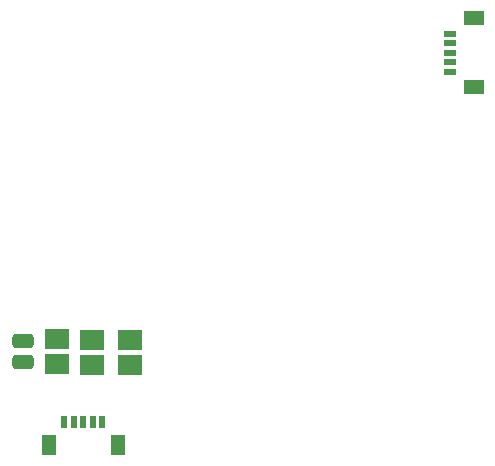
<source format=gtp>
G04*
G04 #@! TF.GenerationSoftware,Altium Limited,Altium Designer,24.1.2 (44)*
G04*
G04 Layer_Color=8421504*
%FSLAX25Y25*%
%MOIN*%
G70*
G04*
G04 #@! TF.SameCoordinates,00511CFA-0F04-46CA-AFF9-E4457DF0149F*
G04*
G04*
G04 #@! TF.FilePolarity,Positive*
G04*
G01*
G75*
%ADD13R,0.03937X0.01968*%
%ADD14R,0.06693X0.04724*%
G04:AMPARAMS|DCode=15|XSize=71.18mil|YSize=49.92mil|CornerRadius=13.74mil|HoleSize=0mil|Usage=FLASHONLY|Rotation=180.000|XOffset=0mil|YOffset=0mil|HoleType=Round|Shape=RoundedRectangle|*
%AMROUNDEDRECTD15*
21,1,0.07118,0.02244,0,0,180.0*
21,1,0.04370,0.04992,0,0,180.0*
1,1,0.02748,-0.02185,0.01122*
1,1,0.02748,0.02185,0.01122*
1,1,0.02748,0.02185,-0.01122*
1,1,0.02748,-0.02185,-0.01122*
%
%ADD15ROUNDEDRECTD15*%
%ADD16R,0.07906X0.06724*%
%ADD17R,0.01968X0.03937*%
%ADD18R,0.04724X0.06693*%
D13*
X-15630Y132123D02*
D03*
Y135272D02*
D03*
Y138422D02*
D03*
Y141572D02*
D03*
Y144721D02*
D03*
D14*
X-7953Y127005D02*
D03*
Y149839D02*
D03*
D15*
X-158126Y35354D02*
D03*
Y42401D02*
D03*
D16*
X-134964Y34370D02*
D03*
Y42638D02*
D03*
X-122617Y34241D02*
D03*
X-122617Y42508D02*
D03*
X-146920Y34567D02*
D03*
X-146920Y42834D02*
D03*
D17*
X-144331Y15364D02*
D03*
X-141181D02*
D03*
X-138031D02*
D03*
X-134882D02*
D03*
X-131732D02*
D03*
D18*
X-149449Y7687D02*
D03*
X-126614D02*
D03*
M02*

</source>
